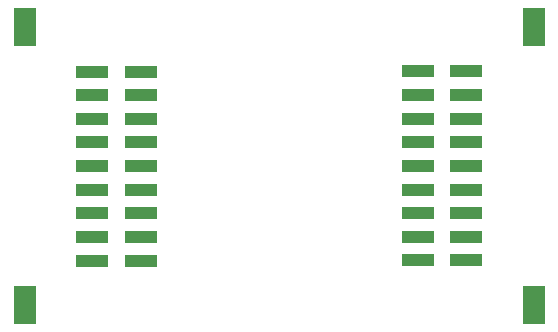
<source format=gbr>
%TF.GenerationSoftware,KiCad,Pcbnew,7.0.6-0*%
%TF.CreationDate,2023-11-06T09:59:00-05:00*%
%TF.ProjectId,AntSniffer,416e7453-6e69-4666-9665-722e6b696361,rev?*%
%TF.SameCoordinates,Original*%
%TF.FileFunction,Paste,Top*%
%TF.FilePolarity,Positive*%
%FSLAX46Y46*%
G04 Gerber Fmt 4.6, Leading zero omitted, Abs format (unit mm)*
G04 Created by KiCad (PCBNEW 7.0.6-0) date 2023-11-06 09:59:00*
%MOMM*%
%LPD*%
G01*
G04 APERTURE LIST*
%ADD10R,2.800000X1.100000*%
%ADD11R,1.900000X3.200000*%
G04 APERTURE END LIST*
D10*
%TO.C,CN2*%
X184349900Y-65759600D03*
X180239900Y-65759600D03*
X184349900Y-63759600D03*
X180239900Y-63759600D03*
X184349900Y-61759600D03*
X180239900Y-61759600D03*
X184349900Y-59759600D03*
X180239900Y-59759600D03*
X184349900Y-57759600D03*
X180239900Y-57759600D03*
X184349900Y-55759600D03*
X180239900Y-55759600D03*
X184349900Y-53759600D03*
X180239900Y-53759600D03*
X184349900Y-51759600D03*
X180239900Y-51759600D03*
X184349900Y-49759600D03*
X180239900Y-49759600D03*
D11*
X190099900Y-45979600D03*
X190099900Y-69539600D03*
%TD*%
D10*
%TO.C,CN1*%
X152704800Y-49771800D03*
X156814800Y-49771800D03*
X152704800Y-51771800D03*
X156814800Y-51771800D03*
X152704800Y-53771800D03*
X156814800Y-53771800D03*
X152704800Y-55771800D03*
X156814800Y-55771800D03*
X152704800Y-57771800D03*
X156814800Y-57771800D03*
X152704800Y-59771800D03*
X156814800Y-59771800D03*
X152704800Y-61771800D03*
X156814800Y-61771800D03*
X152704800Y-63771800D03*
X156814800Y-63771800D03*
X152704800Y-65771800D03*
X156814800Y-65771800D03*
D11*
X146954800Y-69551800D03*
X146954800Y-45991800D03*
%TD*%
M02*

</source>
